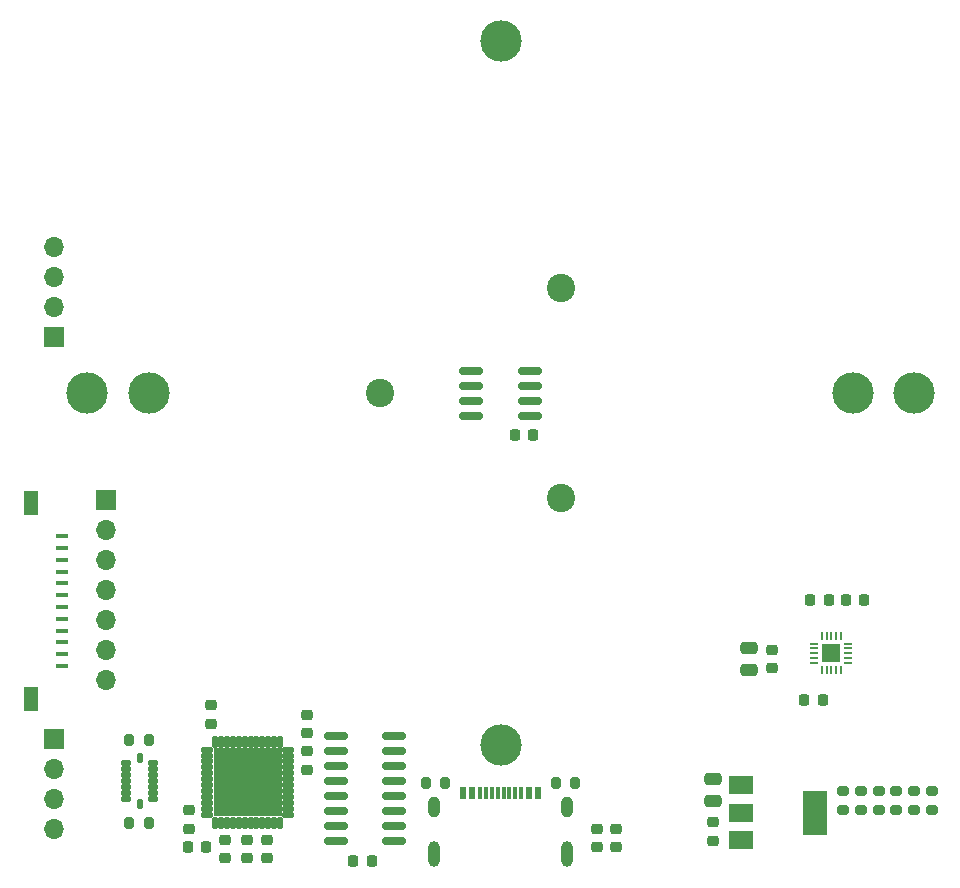
<source format=gbr>
%TF.GenerationSoftware,KiCad,Pcbnew,(6.0.5)*%
%TF.CreationDate,2023-11-29T10:13:34+07:00*%
%TF.ProjectId,view_base,76696577-5f62-4617-9365-2e6b69636164,rev?*%
%TF.SameCoordinates,Original*%
%TF.FileFunction,Soldermask,Top*%
%TF.FilePolarity,Negative*%
%FSLAX46Y46*%
G04 Gerber Fmt 4.6, Leading zero omitted, Abs format (unit mm)*
G04 Created by KiCad (PCBNEW (6.0.5)) date 2023-11-29 10:13:34*
%MOMM*%
%LPD*%
G01*
G04 APERTURE LIST*
G04 Aperture macros list*
%AMRoundRect*
0 Rectangle with rounded corners*
0 $1 Rounding radius*
0 $2 $3 $4 $5 $6 $7 $8 $9 X,Y pos of 4 corners*
0 Add a 4 corners polygon primitive as box body*
4,1,4,$2,$3,$4,$5,$6,$7,$8,$9,$2,$3,0*
0 Add four circle primitives for the rounded corners*
1,1,$1+$1,$2,$3*
1,1,$1+$1,$4,$5*
1,1,$1+$1,$6,$7*
1,1,$1+$1,$8,$9*
0 Add four rect primitives between the rounded corners*
20,1,$1+$1,$2,$3,$4,$5,0*
20,1,$1+$1,$4,$5,$6,$7,0*
20,1,$1+$1,$6,$7,$8,$9,0*
20,1,$1+$1,$8,$9,$2,$3,0*%
G04 Aperture macros list end*
%ADD10C,2.400000*%
%ADD11C,3.500000*%
%ADD12R,0.600000X1.090000*%
%ADD13R,0.300000X1.090000*%
%ADD14O,1.000000X2.200000*%
%ADD15O,1.000000X1.800000*%
%ADD16RoundRect,0.200000X0.200000X0.275000X-0.200000X0.275000X-0.200000X-0.275000X0.200000X-0.275000X0*%
%ADD17RoundRect,0.200000X-0.200000X-0.275000X0.200000X-0.275000X0.200000X0.275000X-0.200000X0.275000X0*%
%ADD18RoundRect,0.110100X0.126900X-0.426900X0.126900X0.426900X-0.126900X0.426900X-0.126900X-0.426900X0*%
%ADD19RoundRect,0.110100X0.426900X0.126900X-0.426900X0.126900X-0.426900X-0.126900X0.426900X-0.126900X0*%
%ADD20RoundRect,0.102000X2.800000X-2.800000X2.800000X2.800000X-2.800000X2.800000X-2.800000X-2.800000X0*%
%ADD21RoundRect,0.225000X-0.225000X-0.250000X0.225000X-0.250000X0.225000X0.250000X-0.225000X0.250000X0*%
%ADD22RoundRect,0.250000X-0.475000X0.250000X-0.475000X-0.250000X0.475000X-0.250000X0.475000X0.250000X0*%
%ADD23RoundRect,0.225000X-0.250000X0.225000X-0.250000X-0.225000X0.250000X-0.225000X0.250000X0.225000X0*%
%ADD24R,2.000000X1.500000*%
%ADD25R,2.000000X3.800000*%
%ADD26RoundRect,0.150000X0.825000X0.150000X-0.825000X0.150000X-0.825000X-0.150000X0.825000X-0.150000X0*%
%ADD27RoundRect,0.050000X0.050000X-0.300000X0.050000X0.300000X-0.050000X0.300000X-0.050000X-0.300000X0*%
%ADD28RoundRect,0.050000X0.300000X-0.050000X0.300000X0.050000X-0.300000X0.050000X-0.300000X-0.050000X0*%
%ADD29R,1.500000X1.500000*%
%ADD30RoundRect,0.225000X0.225000X0.250000X-0.225000X0.250000X-0.225000X-0.250000X0.225000X-0.250000X0*%
%ADD31RoundRect,0.200000X-0.275000X0.200000X-0.275000X-0.200000X0.275000X-0.200000X0.275000X0.200000X0*%
%ADD32RoundRect,0.225000X0.250000X-0.225000X0.250000X0.225000X-0.250000X0.225000X-0.250000X-0.225000X0*%
%ADD33R,1.700000X1.700000*%
%ADD34O,1.700000X1.700000*%
%ADD35RoundRect,0.102000X0.295000X0.175000X-0.295000X0.175000X-0.295000X-0.175000X0.295000X-0.175000X0*%
%ADD36RoundRect,0.102000X0.175000X-0.295000X0.175000X0.295000X-0.175000X0.295000X-0.175000X-0.295000X0*%
%ADD37RoundRect,0.102000X-0.295000X-0.175000X0.295000X-0.175000X0.295000X0.175000X-0.295000X0.175000X0*%
%ADD38RoundRect,0.102000X-0.175000X0.295000X-0.175000X-0.295000X0.175000X-0.295000X0.175000X0.295000X0*%
%ADD39R,1.000000X0.400000*%
%ADD40R,1.300000X2.000000*%
G04 APERTURE END LIST*
D10*
%TO.C,H3*%
X105125400Y-91122500D03*
%TD*%
%TO.C,H1*%
X105125400Y-108877500D03*
%TD*%
%TO.C,H2*%
X89749100Y-100000000D03*
%TD*%
D11*
%TO.C,H4*%
X100000000Y-129800000D03*
%TD*%
%TO.C,H5*%
X70200000Y-100000000D03*
%TD*%
%TO.C,H6*%
X100000000Y-70200000D03*
%TD*%
%TO.C,H7*%
X129800000Y-100000000D03*
%TD*%
D12*
%TO.C,J2*%
X96800000Y-133850000D03*
X97600000Y-133850000D03*
D13*
X98750000Y-133850000D03*
X99750000Y-133850000D03*
X100250000Y-133850000D03*
X101250000Y-133850000D03*
D12*
X102400000Y-133850000D03*
X103200000Y-133850000D03*
X103200000Y-133850000D03*
X102400000Y-133850000D03*
D13*
X101750000Y-133850000D03*
X100750000Y-133850000D03*
X99250000Y-133850000D03*
X98250000Y-133850000D03*
D12*
X97600000Y-133850000D03*
X96800000Y-133850000D03*
D14*
X94380000Y-139000000D03*
X105620000Y-139000000D03*
D15*
X105620000Y-135000000D03*
X94380000Y-135000000D03*
%TD*%
D16*
%TO.C,R1*%
X95325000Y-133000000D03*
X93675000Y-133000000D03*
%TD*%
D17*
%TO.C,R2*%
X104675000Y-133000000D03*
X106325000Y-133000000D03*
%TD*%
D18*
%TO.C,U2*%
X75825000Y-136355000D03*
X76325000Y-136355000D03*
X76825000Y-136355000D03*
X77325000Y-136355000D03*
X77825000Y-136355000D03*
X78325000Y-136355000D03*
X78825000Y-136355000D03*
X79325000Y-136355000D03*
X79825000Y-136355000D03*
X80325000Y-136355000D03*
X80825000Y-136355000D03*
X81325000Y-136355000D03*
D19*
X82005000Y-135675000D03*
X82005000Y-135175000D03*
X82005000Y-134675000D03*
X82005000Y-134175000D03*
X82005000Y-133675000D03*
X82005000Y-133175000D03*
X82005000Y-132675000D03*
X82005000Y-132175000D03*
X82005000Y-131675000D03*
X82005000Y-131175000D03*
X82005000Y-130675000D03*
X82005000Y-130175000D03*
D18*
X81325000Y-129495000D03*
X80825000Y-129495000D03*
X80325000Y-129495000D03*
X79825000Y-129495000D03*
X79325000Y-129495000D03*
X78825000Y-129495000D03*
X78325000Y-129495000D03*
X77825000Y-129495000D03*
X77325000Y-129495000D03*
X76825000Y-129495000D03*
X76325000Y-129495000D03*
X75825000Y-129495000D03*
D19*
X75145000Y-130175000D03*
X75145000Y-130675000D03*
X75145000Y-131175000D03*
X75145000Y-131675000D03*
X75145000Y-132175000D03*
X75145000Y-132675000D03*
X75145000Y-133175000D03*
X75145000Y-133675000D03*
X75145000Y-134175000D03*
X75145000Y-134675000D03*
X75145000Y-135175000D03*
X75145000Y-135675000D03*
D20*
X78575000Y-132925000D03*
%TD*%
D21*
%TO.C,C11*%
X87525000Y-139600000D03*
X89075000Y-139600000D03*
%TD*%
D22*
%TO.C,C13*%
X121000000Y-121550000D03*
X121000000Y-123450000D03*
%TD*%
D23*
%TO.C,C14*%
X123000000Y-121725000D03*
X123000000Y-123275000D03*
%TD*%
D21*
%TO.C,C15*%
X125725000Y-126000000D03*
X127275000Y-126000000D03*
%TD*%
%TO.C,C17*%
X129225000Y-117500000D03*
X130775000Y-117500000D03*
%TD*%
D24*
%TO.C,U6*%
X120350000Y-133200000D03*
D25*
X126650000Y-135500000D03*
D24*
X120350000Y-135500000D03*
X120350000Y-137800000D03*
%TD*%
D26*
%TO.C,U3*%
X90975000Y-137945000D03*
X90975000Y-136675000D03*
X90975000Y-135405000D03*
X90975000Y-134135000D03*
X90975000Y-132865000D03*
X90975000Y-131595000D03*
X90975000Y-130325000D03*
X90975000Y-129055000D03*
X86025000Y-129055000D03*
X86025000Y-130325000D03*
X86025000Y-131595000D03*
X86025000Y-132865000D03*
X86025000Y-134135000D03*
X86025000Y-135405000D03*
X86025000Y-136675000D03*
X86025000Y-137945000D03*
%TD*%
D27*
%TO.C,U5*%
X127200000Y-123450000D03*
X127600000Y-123450000D03*
X128000000Y-123450000D03*
X128400000Y-123450000D03*
X128800000Y-123450000D03*
D28*
X129450000Y-122800000D03*
X129450000Y-122400000D03*
X129450000Y-122000000D03*
X129450000Y-121600000D03*
X129450000Y-121200000D03*
D27*
X128800000Y-120550000D03*
X128400000Y-120550000D03*
X128000000Y-120550000D03*
X127600000Y-120550000D03*
X127200000Y-120550000D03*
D28*
X126550000Y-121200000D03*
X126550000Y-121600000D03*
X126550000Y-122000000D03*
X126550000Y-122400000D03*
X126550000Y-122800000D03*
D29*
X128000000Y-122000000D03*
%TD*%
D30*
%TO.C,C21*%
X127775000Y-117500000D03*
X126225000Y-117500000D03*
%TD*%
D26*
%TO.C,U1*%
X102475000Y-101905000D03*
X102475000Y-100635000D03*
X102475000Y-99365000D03*
X102475000Y-98095000D03*
X97525000Y-98095000D03*
X97525000Y-99365000D03*
X97525000Y-100635000D03*
X97525000Y-101905000D03*
%TD*%
D30*
%TO.C,C20*%
X102775000Y-103500000D03*
X101225000Y-103500000D03*
%TD*%
D31*
%TO.C,R7*%
X129000000Y-133675000D03*
X129000000Y-135325000D03*
%TD*%
%TO.C,R8*%
X130500000Y-133675000D03*
X130500000Y-135325000D03*
%TD*%
%TO.C,R12*%
X136500000Y-133675000D03*
X136500000Y-135325000D03*
%TD*%
%TO.C,R9*%
X132000000Y-133675000D03*
X132000000Y-135325000D03*
%TD*%
%TO.C,R10*%
X133500000Y-133675000D03*
X133500000Y-135325000D03*
%TD*%
%TO.C,R11*%
X135000000Y-133675000D03*
X135000000Y-135325000D03*
%TD*%
D22*
%TO.C,C10*%
X118000000Y-132650000D03*
X118000000Y-134550000D03*
%TD*%
D32*
%TO.C,C9*%
X118000000Y-137875000D03*
X118000000Y-136325000D03*
%TD*%
D11*
%TO.C,H8*%
X135000000Y-100000000D03*
%TD*%
%TO.C,H9*%
X65000000Y-100000000D03*
%TD*%
D16*
%TO.C,R3*%
X70222500Y-136425000D03*
X68572500Y-136425000D03*
%TD*%
D33*
%TO.C,J6*%
X66600000Y-109040000D03*
D34*
X66600000Y-111580000D03*
X66600000Y-114120000D03*
X66600000Y-116660000D03*
X66600000Y-119200000D03*
X66600000Y-121740000D03*
X66600000Y-124280000D03*
%TD*%
D32*
%TO.C,C1*%
X73600000Y-136875000D03*
X73600000Y-135325000D03*
%TD*%
D30*
%TO.C,C4*%
X75075000Y-138400000D03*
X73525000Y-138400000D03*
%TD*%
D32*
%TO.C,C2*%
X75500000Y-127975000D03*
X75500000Y-126425000D03*
%TD*%
D33*
%TO.C,J5*%
X62200000Y-129300000D03*
D34*
X62200000Y-131840000D03*
X62200000Y-134380000D03*
X62200000Y-136920000D03*
%TD*%
D32*
%TO.C,C12*%
X78500000Y-139375000D03*
X78500000Y-137825000D03*
%TD*%
D23*
%TO.C,C5*%
X109800000Y-136900000D03*
X109800000Y-138450000D03*
%TD*%
D16*
%TO.C,R4*%
X70222500Y-129325000D03*
X68572500Y-129325000D03*
%TD*%
D32*
%TO.C,C16*%
X83600000Y-131875000D03*
X83600000Y-130325000D03*
%TD*%
D23*
%TO.C,C8*%
X76700000Y-137825000D03*
X76700000Y-139375000D03*
%TD*%
D32*
%TO.C,C3*%
X108200000Y-138450000D03*
X108200000Y-136900000D03*
%TD*%
D23*
%TO.C,C7*%
X83600000Y-127225000D03*
X83600000Y-128775000D03*
%TD*%
D35*
%TO.C,U4*%
X70600000Y-131325000D03*
X70600000Y-131825000D03*
X70600000Y-132325000D03*
X70600000Y-132825000D03*
X70600000Y-133325000D03*
X70600000Y-133825000D03*
X70600000Y-134325000D03*
D36*
X69435000Y-134740000D03*
D37*
X68270000Y-134325000D03*
X68270000Y-133825000D03*
X68270000Y-133325000D03*
X68270000Y-132825000D03*
X68270000Y-132325000D03*
X68270000Y-131825000D03*
X68270000Y-131325000D03*
D38*
X69435000Y-130910000D03*
%TD*%
D39*
%TO.C,J7*%
X62900000Y-112100000D03*
X62900000Y-113100000D03*
X62900000Y-114100000D03*
X62900000Y-115100000D03*
X62900000Y-116100000D03*
X62900000Y-117100000D03*
X62900000Y-118100000D03*
X62900000Y-119100000D03*
X62900000Y-120100000D03*
X62900000Y-121100000D03*
X62900000Y-122100000D03*
X62900000Y-123100000D03*
D40*
X60200000Y-125900000D03*
X60200000Y-109300000D03*
%TD*%
D33*
%TO.C,J3*%
X62200000Y-95220000D03*
D34*
X62200000Y-92680000D03*
X62200000Y-90140000D03*
X62200000Y-87600000D03*
%TD*%
D23*
%TO.C,C6*%
X80200000Y-137825000D03*
X80200000Y-139375000D03*
%TD*%
M02*

</source>
